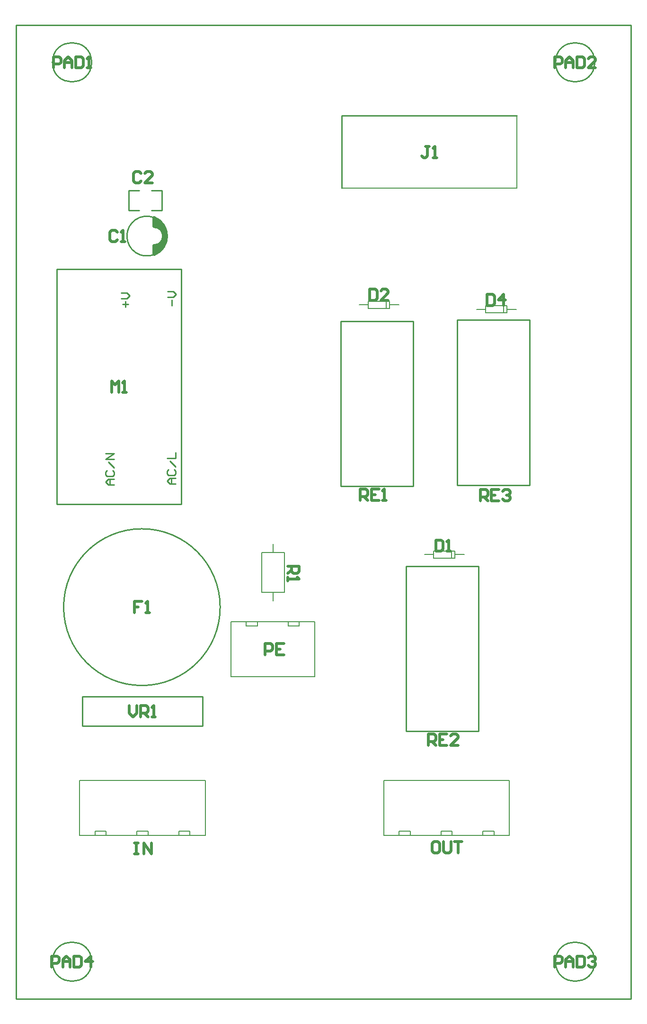
<source format=gto>
G04*
G04 #@! TF.GenerationSoftware,Altium Limited,Altium Designer,20.1.11 (218)*
G04*
G04 Layer_Color=65535*
%FSLAX25Y25*%
%MOIN*%
G70*
G04*
G04 #@! TF.SameCoordinates,B011805C-8237-4A5F-8DD1-956530F10964*
G04*
G04*
G04 #@! TF.FilePolarity,Positive*
G04*
G01*
G75*
%ADD10C,0.01968*%
%ADD11C,0.00984*%
%ADD12C,0.01000*%
%ADD13C,0.00800*%
D10*
X-119393Y187385D02*
G03*
X-119409Y200804I-134J6709D01*
G01*
X-119393Y181061D02*
G03*
X-119454Y207152I-5111J13034D01*
G01*
X-119409Y200804D02*
Y207152D01*
X-119393Y181061D02*
Y187385D01*
X-117835Y182283D02*
Y187402D01*
X-116260Y183071D02*
Y188189D01*
X-114685Y184646D02*
Y188976D01*
X-117835Y200787D02*
Y205906D01*
X-116260Y200000D02*
Y205118D01*
X-114685Y198819D02*
Y203150D01*
X-113110Y197244D02*
Y201575D01*
Y186221D02*
Y190551D01*
X-112323Y188976D02*
Y197244D01*
X-128477Y238057D02*
X-129789Y239369D01*
X-132413D01*
X-133725Y238057D01*
Y232809D01*
X-132413Y231497D01*
X-129789D01*
X-128477Y232809D01*
X-120606Y231497D02*
X-125853D01*
X-120606Y236745D01*
Y238057D01*
X-121918Y239369D01*
X-124541D01*
X-125853Y238057D01*
X-145276Y196718D02*
X-146588Y198030D01*
X-149211D01*
X-150523Y196718D01*
Y191471D01*
X-149211Y190159D01*
X-146588D01*
X-145276Y191471D01*
X-142652Y190159D02*
X-140028D01*
X-141340D01*
Y198030D01*
X-142652Y196718D01*
X74380Y257141D02*
X71756D01*
X73068D01*
Y250582D01*
X71756Y249270D01*
X70444D01*
X69132Y250582D01*
X77004Y249270D02*
X79628D01*
X78316D01*
Y257141D01*
X77004Y255830D01*
X-25196Y-38059D02*
X-17324D01*
Y-41995D01*
X-18636Y-43307D01*
X-21260D01*
X-22572Y-41995D01*
Y-38059D01*
Y-40683D02*
X-25196Y-43307D01*
Y-45931D02*
Y-48555D01*
Y-47243D01*
X-17324D01*
X-18636Y-45931D01*
X-41068Y-100430D02*
Y-92558D01*
X-37132D01*
X-35820Y-93870D01*
Y-96494D01*
X-37132Y-97806D01*
X-41068D01*
X-27949Y-92558D02*
X-33196D01*
Y-100430D01*
X-27949D01*
X-33196Y-96494D02*
X-30572D01*
X115094Y153148D02*
Y145277D01*
X119030D01*
X120342Y146589D01*
Y151836D01*
X119030Y153148D01*
X115094D01*
X126901Y145277D02*
Y153148D01*
X122966Y149213D01*
X128213D01*
X32417Y156692D02*
Y148820D01*
X36353D01*
X37664Y150132D01*
Y155380D01*
X36353Y156692D01*
X32417D01*
X45536Y148820D02*
X40288D01*
X45536Y154068D01*
Y155380D01*
X44224Y156692D01*
X41600D01*
X40288Y155380D01*
X79004Y-19686D02*
Y-27558D01*
X82940D01*
X84252Y-26246D01*
Y-20998D01*
X82940Y-19686D01*
X79004D01*
X86876Y-27558D02*
X89500D01*
X88188D01*
Y-19686D01*
X86876Y-20998D01*
X-136768Y-136258D02*
Y-141506D01*
X-134144Y-144130D01*
X-131520Y-141506D01*
Y-136258D01*
X-128896Y-144130D02*
Y-136258D01*
X-124960D01*
X-123649Y-137570D01*
Y-140194D01*
X-124960Y-141506D01*
X-128896D01*
X-126272D02*
X-123649Y-144130D01*
X-121025D02*
X-118401D01*
X-119713D01*
Y-136258D01*
X-121025Y-137570D01*
X-149368Y84270D02*
Y92141D01*
X-146744Y89518D01*
X-144120Y92141D01*
Y84270D01*
X-141496D02*
X-138872D01*
X-140184D01*
Y92141D01*
X-141496Y90830D01*
X-127920Y-62959D02*
X-133168D01*
Y-66894D01*
X-130544D01*
X-133168D01*
Y-70830D01*
X-125296D02*
X-122672D01*
X-123984D01*
Y-62959D01*
X-125296Y-64270D01*
X110371Y7875D02*
Y15747D01*
X114307D01*
X115619Y14435D01*
Y11811D01*
X114307Y10499D01*
X110371D01*
X112995D02*
X115619Y7875D01*
X123490Y15747D02*
X118242D01*
Y7875D01*
X123490D01*
X118242Y11811D02*
X120866D01*
X126114Y14435D02*
X127426Y15747D01*
X130050D01*
X131361Y14435D01*
Y13123D01*
X130050Y11811D01*
X128738D01*
X130050D01*
X131361Y10499D01*
Y9187D01*
X130050Y7875D01*
X127426D01*
X126114Y9187D01*
X73757Y-164172D02*
Y-156300D01*
X77692D01*
X79004Y-157612D01*
Y-160236D01*
X77692Y-161548D01*
X73757D01*
X76380D02*
X79004Y-164172D01*
X86876Y-156300D02*
X81628D01*
Y-164172D01*
X86876D01*
X81628Y-160236D02*
X84252D01*
X94747Y-164172D02*
X89500D01*
X94747Y-158924D01*
Y-157612D01*
X93435Y-156300D01*
X90812D01*
X89500Y-157612D01*
X25856Y8269D02*
Y16140D01*
X29792D01*
X31104Y14829D01*
Y12205D01*
X29792Y10893D01*
X25856D01*
X28480D02*
X31104Y8269D01*
X38975Y16140D02*
X33727D01*
Y8269D01*
X38975D01*
X33727Y12205D02*
X36351D01*
X41599Y8269D02*
X44223D01*
X42911D01*
Y16140D01*
X41599Y14829D01*
X80448Y-231891D02*
X77824D01*
X76513Y-233203D01*
Y-238451D01*
X77824Y-239762D01*
X80448D01*
X81760Y-238451D01*
Y-233203D01*
X80448Y-231891D01*
X84384D02*
Y-238451D01*
X85696Y-239762D01*
X88320D01*
X89632Y-238451D01*
Y-231891D01*
X92256D02*
X97503D01*
X94879D01*
Y-239762D01*
X-133069Y-232678D02*
X-130445D01*
X-131757D01*
Y-240550D01*
X-133069D01*
X-130445D01*
X-126509D02*
Y-232678D01*
X-121262Y-240550D01*
Y-232678D01*
X-191568Y-320230D02*
Y-312358D01*
X-187632D01*
X-186320Y-313670D01*
Y-316294D01*
X-187632Y-317606D01*
X-191568D01*
X-183696Y-320230D02*
Y-314982D01*
X-181072Y-312358D01*
X-178449Y-314982D01*
Y-320230D01*
Y-316294D01*
X-183696D01*
X-175825Y-312358D02*
Y-320230D01*
X-171889D01*
X-170577Y-318918D01*
Y-313670D01*
X-171889Y-312358D01*
X-175825D01*
X-164017Y-320230D02*
Y-312358D01*
X-167953Y-316294D01*
X-162706D01*
X162732Y-320230D02*
Y-312358D01*
X166668D01*
X167980Y-313670D01*
Y-316294D01*
X166668Y-317606D01*
X162732D01*
X170604Y-320230D02*
Y-314982D01*
X173228Y-312358D01*
X175851Y-314982D01*
Y-320230D01*
Y-316294D01*
X170604D01*
X178475Y-312358D02*
Y-320230D01*
X182411D01*
X183723Y-318918D01*
Y-313670D01*
X182411Y-312358D01*
X178475D01*
X186347Y-313670D02*
X187659Y-312358D01*
X190282D01*
X191594Y-313670D01*
Y-314982D01*
X190282Y-316294D01*
X188970D01*
X190282D01*
X191594Y-317606D01*
Y-318918D01*
X190282Y-320230D01*
X187659D01*
X186347Y-318918D01*
X162732Y312370D02*
Y320241D01*
X166668D01*
X167980Y318930D01*
Y316306D01*
X166668Y314994D01*
X162732D01*
X170604Y312370D02*
Y317618D01*
X173228Y320241D01*
X175851Y317618D01*
Y312370D01*
Y316306D01*
X170604D01*
X178475Y320241D02*
Y312370D01*
X182411D01*
X183723Y313682D01*
Y318930D01*
X182411Y320241D01*
X178475D01*
X191594Y312370D02*
X186347D01*
X191594Y317618D01*
Y318930D01*
X190282Y320241D01*
X187659D01*
X186347Y318930D01*
X-190268Y312370D02*
Y320241D01*
X-186332D01*
X-185020Y318930D01*
Y316306D01*
X-186332Y314994D01*
X-190268D01*
X-182396Y312370D02*
Y317618D01*
X-179772Y320241D01*
X-177149Y317618D01*
Y312370D01*
Y316306D01*
X-182396D01*
X-174525Y320241D02*
Y312370D01*
X-170589D01*
X-169277Y313682D01*
Y318930D01*
X-170589Y320241D01*
X-174525D01*
X-166653Y312370D02*
X-164030D01*
X-165341D01*
Y320241D01*
X-166653Y318930D01*
D11*
X-119415Y207137D02*
G03*
X-119393Y181061I-5089J-13042D01*
G01*
X-187992Y5512D02*
Y170866D01*
X-100197D01*
X-187992Y5512D02*
X-100197D01*
Y170866D01*
D12*
X-72835Y-66929D02*
G03*
X-72835Y-66929I-55118J0D01*
G01*
X-163386Y316339D02*
G03*
X-163386Y316339I-13780J0D01*
G01*
X190945D02*
G03*
X190945Y316339I-13780J0D01*
G01*
Y-316339D02*
G03*
X190945Y-316339I-13780J0D01*
G01*
X-163386D02*
G03*
X-163386Y-316339I-13780J0D01*
G01*
X12621Y227661D02*
Y278661D01*
X136221D01*
X94095Y18898D02*
Y135039D01*
Y18898D02*
X145276D01*
Y135039D01*
X94095D02*
X145276D01*
X58071Y-154331D02*
Y-38189D01*
Y-154331D02*
X109252D01*
Y-38189D01*
X58071D02*
X109252D01*
X12008Y18110D02*
Y134252D01*
Y18110D02*
X63189D01*
Y134252D01*
X12008D02*
X63189D01*
X-113784Y212291D02*
Y226291D01*
X-137284Y212291D02*
Y226291D01*
X-121283D02*
X-113784D01*
X-121283Y212291D02*
X-113784D01*
X-137284D02*
X-129783D01*
X-137284Y226291D02*
X-129783D01*
X-85236Y-150591D02*
Y-129724D01*
X-169882Y-150591D02*
X-85236D01*
X-169882D02*
Y-129724D01*
X-85236D01*
X-104331Y19882D02*
X-108329D01*
X-110329Y21881D01*
X-108329Y23881D01*
X-104331D01*
X-107330D01*
Y19882D01*
X-109329Y29879D02*
X-110329Y28879D01*
Y26880D01*
X-109329Y25880D01*
X-105330D01*
X-104331Y26880D01*
Y28879D01*
X-105330Y29879D01*
X-104331Y31878D02*
X-108329Y35877D01*
X-110329Y37876D02*
X-104331D01*
Y41875D01*
X-147441Y19094D02*
X-151440D01*
X-153439Y21094D01*
X-151440Y23093D01*
X-147441D01*
X-150440D01*
Y19094D01*
X-152439Y29091D02*
X-153439Y28092D01*
Y26092D01*
X-152439Y25093D01*
X-148441D01*
X-147441Y26092D01*
Y28092D01*
X-148441Y29091D01*
X-147441Y31091D02*
X-151440Y35089D01*
X-147441Y37089D02*
X-153439D01*
X-147441Y41087D01*
X-153439D01*
X-106739Y145276D02*
Y149274D01*
X-109738Y151274D02*
X-105739D01*
X-103740Y153273D01*
X-105739Y155272D01*
X-109738D01*
X-139613Y144291D02*
Y148290D01*
X-141613Y146291D02*
X-137614D01*
X-142612Y150289D02*
X-138613D01*
X-136614Y152289D01*
X-138613Y154288D01*
X-142612D01*
X-216535Y-342520D02*
Y342520D01*
X216535D01*
Y-342520D02*
Y342520D01*
X-216535Y-342520D02*
X216535D01*
D13*
X-35433Y-62520D02*
Y-56520D01*
Y-28520D02*
Y-22520D01*
X-43433Y-56520D02*
X-27433D01*
Y-28520D01*
X-43433D02*
X-27433D01*
X-43433Y-56520D02*
Y-28520D01*
X126732Y140020D02*
Y145020D01*
X114232Y140020D02*
X129232D01*
Y145020D01*
X114232D02*
X129232D01*
X114232Y140020D02*
Y145020D01*
X107732Y142520D02*
X114232D01*
X129232D02*
X135732D01*
X44055Y143169D02*
Y148169D01*
X31555Y143169D02*
X46555D01*
Y148169D01*
X31555D02*
X46555D01*
X31555Y143169D02*
Y148169D01*
X25055Y145669D02*
X31555D01*
X46555D02*
X53055D01*
X89961Y-32421D02*
Y-27421D01*
X77461Y-32421D02*
X92461D01*
Y-27421D01*
X77461D02*
X92461D01*
X77461Y-32421D02*
Y-27421D01*
X70961Y-29921D02*
X77461D01*
X92461D02*
X98961D01*
X136221Y227661D02*
Y278661D01*
X12621Y227661D02*
X136221D01*
X-6299Y-115748D02*
Y-77165D01*
X-65354Y-115748D02*
X-6299D01*
X-65354D02*
Y-77165D01*
X-6299D01*
X-54528Y-80315D02*
Y-77165D01*
Y-80315D02*
X-46654D01*
Y-77165D01*
X-25000Y-80315D02*
Y-77165D01*
Y-80315D02*
X-17126D01*
Y-77165D01*
X-161024Y-227559D02*
Y-224410D01*
X-153150D01*
Y-227559D02*
Y-224410D01*
X-171850Y-227559D02*
Y-188976D01*
X-83268D01*
Y-227559D02*
Y-188976D01*
X-171850Y-227559D02*
X-83268D01*
X-94095Y-227559D02*
Y-224410D01*
X-101969D02*
X-94095D01*
X-101969Y-227559D02*
Y-224410D01*
X-123622Y-227559D02*
Y-224410D01*
X-131496D02*
X-123622D01*
X-131496Y-227559D02*
Y-224410D01*
X53150Y-227559D02*
Y-224410D01*
X61024D01*
Y-227559D02*
Y-224410D01*
X42323Y-227559D02*
Y-188976D01*
X130905D01*
Y-227559D02*
Y-188976D01*
X42323Y-227559D02*
X130905D01*
X120079Y-227559D02*
Y-224410D01*
X112205D02*
X120079D01*
X112205Y-227559D02*
Y-224410D01*
X90551Y-227559D02*
Y-224410D01*
X82677D02*
X90551D01*
X82677Y-227559D02*
Y-224410D01*
M02*

</source>
